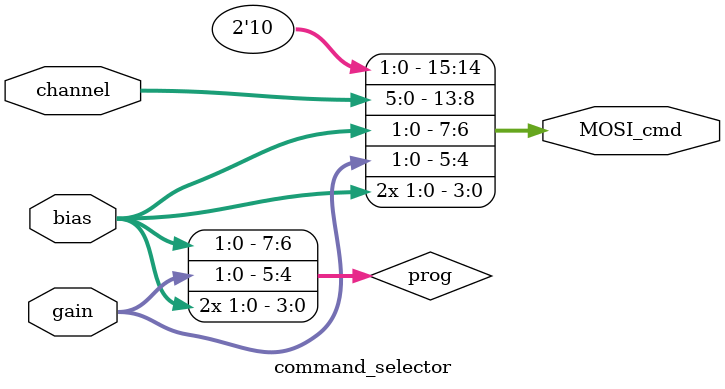
<source format=v>
`ifndef UD
`define UD #1
`endif

`timescale 1ns/10ps

module command_selector (
	input wire 	[5:0] 	channel,
	input wire  [1:0]	bias,
	input wire  [1:0]   gain, // PGA gain
	output wire [15:0] 	MOSI_cmd
	);

	// bias
	// 00 Off
	// 01 Internal Bias
	// 10 Forbidden
	// 11 External Bias

	// PGA gain
	// 00 - 0.0 dB
	// 01 - 5.6 db
	// 10 - 9.0 dB
	// 11 - 20.0 db

	wire	[7:0]		prog;

	// prog[7:6] = bias
	// prog[5:4] = PGA gain 
	// prog[3:2] = bias
	// prog[1:0] = bias 

	assign prog = {bias, gain, bias, bias};
	//assign prog = {2'b00, gain, 2'b01, 2'b01};
	assign MOSI_cmd = { 2'b10, channel, prog};

	//always @(*) begin
	//	case (channel)
	//		0:       MOSI_cmd <= { 2'b10, channel, prog};
	//		1:       MOSI_cmd <= { 2'b10, channel, prog};
	//		2:       MOSI_cmd <= { 2'b10, channel, prog};
	//		3:       MOSI_cmd <= { 2'b10, channel, prog};
	//		4:       MOSI_cmd <= { 2'b10, channel, prog};
	//		5:       MOSI_cmd <= { 2'b10, channel, prog};
	//		6:       MOSI_cmd <= { 2'b10, channel, prog};
	//		7:       MOSI_cmd <= { 2'b10, channel, prog};
	//		8:       MOSI_cmd <= { 2'b10, channel, prog};
	//		9:       MOSI_cmd <= { 2'b10, channel, prog};
	//		10:      MOSI_cmd <= { 2'b10, channel, prog};
	//		11:      MOSI_cmd <= { 2'b10, channel, prog};
	//		12:      MOSI_cmd <= { 2'b10, channel, prog};
	//		13:      MOSI_cmd <= { 2'b10, channel, prog};
	//		14:      MOSI_cmd <= { 2'b10, channel, prog};
	//		15:      MOSI_cmd <= { 2'b10, channel, prog};
	//		default: MOSI_cmd <= 16'b0;
	//		endcase
	//end	
endmodule

	

</source>
